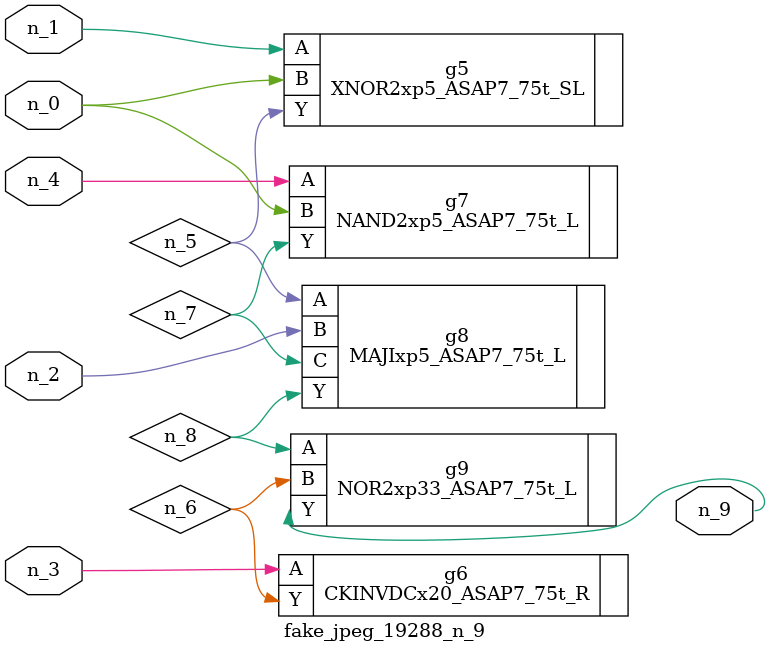
<source format=v>
module fake_jpeg_19288_n_9 (n_3, n_2, n_1, n_0, n_4, n_9);

input n_3;
input n_2;
input n_1;
input n_0;
input n_4;

output n_9;

wire n_8;
wire n_6;
wire n_5;
wire n_7;

XNOR2xp5_ASAP7_75t_SL g5 ( 
.A(n_1),
.B(n_0),
.Y(n_5)
);

CKINVDCx20_ASAP7_75t_R g6 ( 
.A(n_3),
.Y(n_6)
);

NAND2xp5_ASAP7_75t_L g7 ( 
.A(n_4),
.B(n_0),
.Y(n_7)
);

MAJIxp5_ASAP7_75t_L g8 ( 
.A(n_5),
.B(n_2),
.C(n_7),
.Y(n_8)
);

NOR2xp33_ASAP7_75t_L g9 ( 
.A(n_8),
.B(n_6),
.Y(n_9)
);


endmodule
</source>
